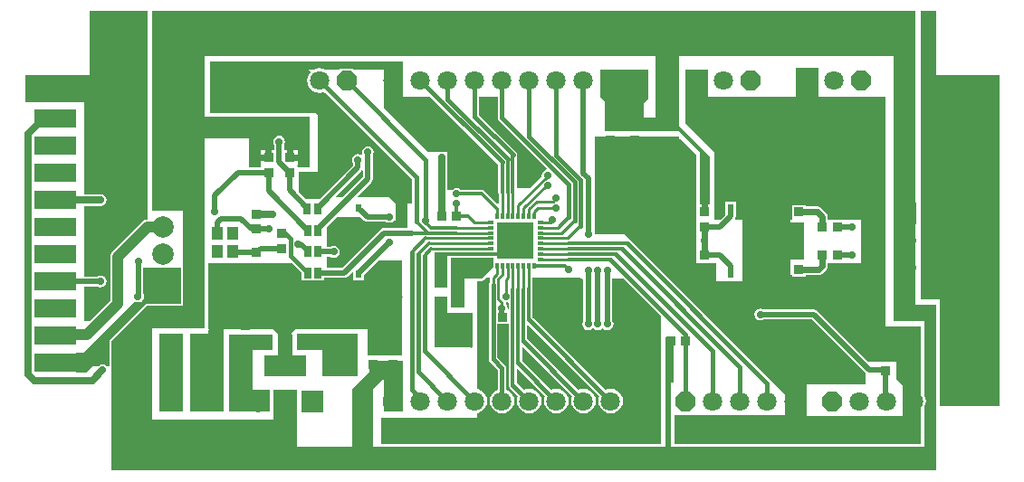
<source format=gtl>
G04*
G04 #@! TF.GenerationSoftware,Altium Limited,Altium Designer,19.1.8 (144)*
G04*
G04 Layer_Physical_Order=1*
G04 Layer_Color=255*
%FSLAX44Y44*%
%MOMM*%
G71*
G01*
G75*
%ADD10C,0.3000*%
%ADD12C,0.2500*%
%ADD36R,0.8500X0.8500*%
%ADD37R,0.8500X0.8500*%
%ADD38R,0.6000X0.3000*%
%ADD39R,0.3000X0.6000*%
%ADD40R,3.4500X3.4500*%
%ADD41R,0.6000X0.8000*%
%ADD42R,1.2000X1.6000*%
%ADD43R,4.0000X1.8000*%
%ADD44R,1.1000X1.2000*%
%ADD45R,0.6000X1.4000*%
%ADD46R,0.6500X1.2000*%
%ADD47R,0.8000X1.0000*%
%ADD48C,0.4000*%
%ADD49C,0.5000*%
%ADD50C,0.7000*%
%ADD51C,1.0000*%
%ADD52C,0.6000*%
%ADD53R,2.0000X2.0000*%
%ADD54C,2.0000*%
%ADD55R,2.0000X2.0000*%
%ADD56P,1.9483X8X22.5*%
%ADD57C,1.8000*%
%ADD58C,0.7000*%
G36*
X358000Y380500D02*
X357500Y380000D01*
X358000D01*
Y354855D01*
X383477D01*
X446932Y291401D01*
Y265000D01*
X447187Y263718D01*
Y255000D01*
X445314D01*
X433791Y266523D01*
X433031Y267031D01*
Y267350D01*
X432366D01*
X431268Y267569D01*
X412230D01*
X411965Y267965D01*
X410146Y269181D01*
X408000Y269608D01*
X405854Y269181D01*
X404035Y267965D01*
X403624Y267350D01*
X400000D01*
X399608Y267742D01*
Y298000D01*
X399500Y298541D01*
Y303381D01*
X395141D01*
X394000Y303608D01*
X392859Y303381D01*
X381238D01*
X381000Y303143D01*
X339501Y344641D01*
Y380000D01*
X312250D01*
X310750Y381500D01*
X299250D01*
X297750Y380000D01*
X285459D01*
X285400Y380045D01*
X282602Y381204D01*
X279600Y381599D01*
X276598Y381204D01*
X273800Y380045D01*
X273741Y380000D01*
X269600D01*
X271398Y378202D01*
X269555Y375800D01*
X268396Y373002D01*
X268001Y370000D01*
X268396Y366998D01*
X269555Y364200D01*
X271398Y361798D01*
X273800Y359955D01*
X276598Y358796D01*
X279600Y358401D01*
X282602Y358796D01*
X284323Y359509D01*
X365922Y277911D01*
Y255000D01*
X362000D01*
Y232088D01*
X340250D01*
X338494Y231739D01*
X337006Y230744D01*
X300849Y194588D01*
X286298D01*
Y205299D01*
X289798D01*
X290854Y204593D01*
X293000Y204166D01*
X295146Y204593D01*
X296965Y205809D01*
X298181Y207628D01*
X298608Y209774D01*
X298181Y211920D01*
X296965Y213739D01*
X295146Y214955D01*
X293000Y215382D01*
X290854Y214955D01*
X290136Y214475D01*
X286298D01*
Y232809D01*
X295988Y242500D01*
X318000D01*
X321496Y239004D01*
X322132D01*
X323245Y238261D01*
X325000Y237912D01*
X341967D01*
X342854Y237319D01*
X345000Y236892D01*
X347146Y237319D01*
X348965Y238535D01*
X349279Y239004D01*
X351000D01*
Y255000D01*
X350751D01*
X345016Y260735D01*
X315882D01*
X315396Y261908D01*
X328245Y274756D01*
X329239Y276245D01*
X329589Y278001D01*
Y299967D01*
X330181Y300854D01*
X330608Y303000D01*
X330181Y305146D01*
X328966Y306965D01*
X327146Y308181D01*
X325000Y308608D01*
X322854Y308181D01*
X321035Y306965D01*
X319820Y305146D01*
X319393Y303000D01*
X319735Y301281D01*
X318667Y300467D01*
X317742Y301085D01*
X315596Y301512D01*
X313450Y301085D01*
X311630Y299870D01*
X310415Y298050D01*
X309988Y295904D01*
X310415Y293758D01*
X311007Y292871D01*
Y290646D01*
X279536Y259175D01*
X266664D01*
X260175Y265664D01*
Y284729D01*
X260500Y285054D01*
X278113D01*
Y337887D01*
X276000Y340000D01*
X177000D01*
X177000Y388120D01*
X261480D01*
X261480Y388120D01*
X358000Y388120D01*
Y380500D01*
D02*
G37*
G36*
X746485Y354855D02*
X808707Y354855D01*
Y140000D01*
X842000D01*
Y30000D01*
X612000D01*
Y56700D01*
X715000D01*
Y76000D01*
X565000Y226000D01*
X537581Y226000D01*
Y317881D01*
X616000Y317881D01*
Y314720D01*
X617173Y315206D01*
X632000Y300379D01*
Y199500D01*
X651000Y199500D01*
X651000Y182000D01*
X675000D01*
X675000Y240000D01*
X669220D01*
X668500Y241040D01*
X668544Y241270D01*
X668888Y243000D01*
Y245000D01*
X669300D01*
Y257000D01*
X659300D01*
Y245000D01*
X658764Y243952D01*
X654811Y240000D01*
X649001D01*
X649000Y303000D01*
X622000Y330000D01*
Y379800D01*
X622200Y380000D01*
X643000D01*
Y354855D01*
X725000D01*
Y382000D01*
X746485D01*
X746485Y354855D01*
D02*
G37*
G36*
X270439Y289848D02*
X270206Y289286D01*
X259161D01*
X258860Y290555D01*
X259250Y290751D01*
Y295000D01*
X252000D01*
Y298000D01*
X249000D01*
Y305250D01*
X246588D01*
Y309967D01*
X247181Y310854D01*
X247608Y313000D01*
X247181Y315146D01*
X245965Y316965D01*
X244146Y318181D01*
X242000Y318608D01*
X239854Y318181D01*
X238035Y316965D01*
X236819Y315146D01*
X236392Y313000D01*
X236819Y310854D01*
X237412Y309967D01*
Y305250D01*
X235000D01*
Y298000D01*
X232000D01*
Y295000D01*
X224750D01*
Y290750D01*
X225139Y290555D01*
X224839Y289286D01*
X214000D01*
Y317000D01*
X213000Y316000D01*
X172000D01*
X172000Y336100D01*
X270439D01*
Y289848D01*
D02*
G37*
G36*
X446222Y335503D02*
X446222Y335503D01*
X446532Y333942D01*
X447416Y332619D01*
X492276Y287759D01*
X491858Y286381D01*
X490853Y286181D01*
X489034Y284965D01*
X487818Y283146D01*
X487391Y281000D01*
X487544Y280231D01*
X476921Y269608D01*
X464069D01*
Y298340D01*
X464389Y298819D01*
X464699Y300379D01*
X464389Y301940D01*
X463504Y303263D01*
X428978Y337789D01*
Y354900D01*
X446222D01*
Y335503D01*
D02*
G37*
G36*
X320412Y285569D02*
Y279901D01*
X301246Y260735D01*
X295732D01*
X295247Y261908D01*
X318840Y285501D01*
X319142Y285954D01*
X320412Y285569D01*
D02*
G37*
G36*
X837000Y393000D02*
Y185000D01*
X817000D01*
Y393000D01*
X616000D01*
Y328000D01*
X645000Y299000D01*
X645000Y254250D01*
X643000D01*
Y247000D01*
X637000D01*
Y254250D01*
X635500D01*
Y303381D01*
X615881Y323000D01*
X546583D01*
X546583Y350417D01*
X542145Y354855D01*
X542145Y380000D01*
X587000Y380000D01*
X587000Y353500D01*
X582850Y349350D01*
Y335503D01*
X594000Y335503D01*
X594000Y393000D01*
X172000Y393000D01*
Y138000D01*
X123000Y138000D01*
X123000Y53000D01*
X237000Y53000D01*
Y80992D01*
X258270D01*
Y27000D01*
X603000Y27000D01*
Y130000D01*
X611102D01*
X612000Y129102D01*
X612000Y122898D01*
X611102Y122000D01*
X611000D01*
X611000Y87000D01*
X608600D01*
X608000Y86400D01*
Y27000D01*
X856000D01*
X856000Y5000D01*
X85000Y5000D01*
X85000Y126000D01*
X118000Y159000D01*
X152000Y159000D01*
X152000Y248000D01*
X123000Y248000D01*
X123000Y435000D01*
X837000Y435000D01*
X837000Y393000D01*
D02*
G37*
G36*
X118558Y239760D02*
X116730Y239520D01*
X115027Y238814D01*
X113565Y237692D01*
X86007Y210135D01*
X84886Y208673D01*
X84180Y206970D01*
X83940Y205142D01*
Y163925D01*
X64910Y144895D01*
X60105D01*
X60000Y145000D01*
Y177462D01*
X71817D01*
X72704Y176869D01*
X74850Y176442D01*
X76996Y176869D01*
X78815Y178085D01*
X80031Y179904D01*
X80457Y182050D01*
X80031Y184196D01*
X78815Y186015D01*
X76996Y187231D01*
X74850Y187658D01*
X72704Y187231D01*
X71817Y186638D01*
X60000D01*
Y252492D01*
X75000D01*
X77146Y252919D01*
X78965Y254135D01*
X80181Y255954D01*
X80608Y258100D01*
X80181Y260246D01*
X78965Y262065D01*
X77146Y263281D01*
X75000Y263708D01*
X60000D01*
Y350000D01*
X5000D01*
Y375000D01*
X65000D01*
Y435000D01*
X66000D01*
X66000Y435000D01*
X118558D01*
Y239760D01*
D02*
G37*
G36*
X434500Y209000D02*
Y209000D01*
X444500D01*
Y209000D01*
X445852Y209000D01*
X446750Y208102D01*
Y206157D01*
X399000Y206157D01*
X399000Y205000D01*
Y176000D01*
X387000D01*
Y209000D01*
X434500Y209000D01*
D02*
G37*
G36*
X130660Y195000D02*
X133000Y194692D01*
X135340Y195000D01*
X149961Y195000D01*
Y161039D01*
X118000Y161039D01*
X117220Y160884D01*
X116558Y160442D01*
X116558Y160442D01*
X85000Y128884D01*
D01*
X83558Y127442D01*
X83116Y126780D01*
X82961Y126000D01*
X82961Y102500D01*
X81276D01*
X80965Y102965D01*
X79146Y104181D01*
X77000Y104608D01*
X74854Y104181D01*
X73035Y102965D01*
X72569Y102500D01*
X67000D01*
X61250Y96750D01*
X52000Y96750D01*
Y115000D01*
X58750D01*
X75050Y131300D01*
X75300D01*
X107000Y163000D01*
X107583D01*
X107854Y162819D01*
X110000Y162392D01*
X112146Y162819D01*
X112417Y163000D01*
X114000D01*
Y164087D01*
X115181Y165854D01*
X115608Y168000D01*
X115181Y170146D01*
X114651Y170940D01*
Y195000D01*
X130660Y195000D01*
D02*
G37*
G36*
X442000Y201500D02*
X442000D01*
Y195000D01*
X431589Y184589D01*
X415000D01*
Y158000D01*
X403000D01*
Y204000D01*
X442000D01*
Y201500D01*
D02*
G37*
G36*
X456931Y162233D02*
Y155776D01*
X456766Y155645D01*
X456654Y155625D01*
X455806Y156490D01*
X455908Y157000D01*
X455481Y159146D01*
X454265Y160965D01*
X453614Y161401D01*
Y161449D01*
X453959Y162294D01*
X454567Y162505D01*
X455932Y162776D01*
X456931Y162233D01*
D02*
G37*
G36*
X262500Y190371D02*
Y183000D01*
X284000D01*
Y185412D01*
X302750D01*
X304506Y185761D01*
X305994Y186756D01*
X310327Y191088D01*
X311500Y190602D01*
Y183000D01*
X315596D01*
Y137000D01*
X258270D01*
X257000Y137000D01*
Y137000D01*
X250000Y130000D01*
X252730Y132730D01*
X254000Y132204D01*
Y113000D01*
X267000D01*
Y93000D01*
X228000D01*
Y113000D01*
X240500D01*
Y131841D01*
X241673Y132327D01*
X237000Y137000D01*
X175750D01*
Y199000D01*
X253871D01*
X262500Y190371D01*
D02*
G37*
G36*
X399500Y152500D02*
X422875D01*
Y120323D01*
X421605Y119797D01*
X421402Y120000D01*
X387000D01*
X387000Y167859D01*
X399500D01*
X399500Y152500D01*
D02*
G37*
G36*
X357000Y169000D02*
X358000Y168000D01*
X357000Y167000D01*
Y112865D01*
X325135D01*
X325000Y113000D01*
Y137000D01*
X315596D01*
X315596Y183000D01*
X321500D01*
Y188511D01*
X334489Y201500D01*
X357000D01*
Y169000D01*
D02*
G37*
G36*
X315596Y132730D02*
X315596Y93000D01*
X282000Y93000D01*
X282000Y118000D01*
X259779D01*
X258885Y118902D01*
X259000Y132082D01*
Y132730D01*
X315596Y132730D01*
D02*
G37*
G36*
X856000Y375000D02*
X916000D01*
Y65000D01*
X860000D01*
X860000Y165000D01*
X842000Y164999D01*
X842000Y435000D01*
X856000Y435000D01*
Y375000D01*
D02*
G37*
G36*
X357500Y60000D02*
X340250D01*
X340250Y91242D01*
X330000Y80992D01*
Y27000D01*
X310000D01*
X310000Y81602D01*
X326000Y97602D01*
X326000Y108000D01*
X357500D01*
Y60000D01*
D02*
G37*
G36*
X235600Y118000D02*
X216850D01*
Y87000D01*
Y81000D01*
X233000D01*
Y60000D01*
X195000D01*
Y132000D01*
X203318D01*
X203600Y132282D01*
X235600D01*
Y118000D01*
D02*
G37*
G36*
X190000Y137000D02*
Y60000D01*
X159000D01*
Y133500D01*
X175750D01*
Y136102D01*
X176648Y137000D01*
X190000Y137000D01*
D02*
G37*
G36*
X152000Y60000D02*
X130000D01*
Y133500D01*
X152000D01*
Y60000D01*
D02*
G37*
G36*
X523591Y185419D02*
X524000Y184589D01*
X524000Y184469D01*
X524000Y181589D01*
X524000Y136391D01*
Y182073D01*
X524000Y182589D01*
Y183698D01*
X524000Y184310D01*
X524884Y184589D01*
X525705Y184589D01*
X526412Y183882D01*
Y145033D01*
X525819Y144146D01*
X525392Y142000D01*
X525819Y139854D01*
X527035Y138035D01*
X528854Y136819D01*
X531000Y136392D01*
X533146Y136819D01*
X534872Y137972D01*
X535208Y138085D01*
X535999D01*
X536034Y138034D01*
X537853Y136818D01*
X539999Y136391D01*
X542145Y136818D01*
X543964Y138034D01*
X544000Y138087D01*
X544793D01*
X545126Y137973D01*
X546854Y136819D01*
X549000Y136392D01*
X551146Y136819D01*
X552965Y138035D01*
X554181Y139854D01*
X554608Y142000D01*
X554181Y144146D01*
X553588Y145033D01*
Y184589D01*
X563925D01*
X599000Y149514D01*
Y30000D01*
X337006D01*
Y53996D01*
X427000D01*
Y58677D01*
X427902Y58796D01*
X430700Y59955D01*
X433102Y61798D01*
X434945Y64200D01*
X436104Y66998D01*
X436499Y70000D01*
X436104Y73002D01*
X434945Y75799D01*
X433102Y78202D01*
X430700Y80045D01*
X427902Y81204D01*
X427000Y81323D01*
Y182550D01*
X431589D01*
X432369Y182705D01*
X433031Y183147D01*
X433031Y183147D01*
X435601Y185718D01*
X438504D01*
X438686Y185496D01*
Y180941D01*
X438232Y180261D01*
X437922Y178700D01*
Y109000D01*
X437922Y109000D01*
X438232Y107439D01*
X439116Y106116D01*
X446222Y99010D01*
Y80758D01*
X444500Y80045D01*
X442098Y78202D01*
X440255Y75799D01*
X439096Y73002D01*
X438701Y70000D01*
X439096Y66998D01*
X440255Y64200D01*
X442098Y61798D01*
X444500Y59955D01*
X447298Y58796D01*
X450300Y58401D01*
X453302Y58796D01*
X456100Y59955D01*
X458502Y61798D01*
X460345Y64200D01*
X461504Y66998D01*
X461899Y70000D01*
X461504Y73002D01*
X460345Y75799D01*
X458502Y78202D01*
X456100Y80045D01*
X454378Y80758D01*
Y100699D01*
X454378Y100700D01*
X454068Y102260D01*
X453184Y103583D01*
X446078Y110689D01*
Y142250D01*
X456750D01*
X456931Y141325D01*
Y107672D01*
X456931Y107671D01*
Y87058D01*
X456732Y86761D01*
X456422Y85200D01*
X456732Y83639D01*
X457616Y82316D01*
X465209Y74723D01*
X464496Y73002D01*
X464101Y70000D01*
X464496Y66998D01*
X465655Y64200D01*
X467498Y61798D01*
X469900Y59955D01*
X472698Y58796D01*
X475700Y58401D01*
X478702Y58796D01*
X481500Y59955D01*
X483902Y61798D01*
X485745Y64200D01*
X486904Y66998D01*
X487299Y70000D01*
X486904Y73002D01*
X485745Y75799D01*
X483902Y78202D01*
X481500Y80045D01*
X478702Y81204D01*
X475700Y81599D01*
X472698Y81204D01*
X470977Y80491D01*
X464068Y87399D01*
Y99957D01*
X464992Y100340D01*
X490609Y74723D01*
X489896Y73002D01*
X489501Y70000D01*
X489896Y66998D01*
X491055Y64200D01*
X492898Y61798D01*
X495300Y59955D01*
X498098Y58796D01*
X501100Y58401D01*
X504102Y58796D01*
X506900Y59955D01*
X509302Y61798D01*
X511145Y64200D01*
X512304Y66998D01*
X512699Y70000D01*
X512304Y73002D01*
X511145Y75799D01*
X509302Y78202D01*
X506900Y80045D01*
X504102Y81204D01*
X501100Y81599D01*
X498098Y81204D01*
X496377Y80491D01*
X469068Y107799D01*
Y120357D01*
X469992Y120740D01*
X516009Y74723D01*
X515296Y73002D01*
X514901Y70000D01*
X515296Y66998D01*
X516455Y64200D01*
X518298Y61798D01*
X520700Y59955D01*
X523498Y58796D01*
X526500Y58401D01*
X529502Y58796D01*
X532300Y59955D01*
X534702Y61798D01*
X536545Y64200D01*
X537704Y66998D01*
X538099Y70000D01*
X537704Y73002D01*
X536545Y75799D01*
X534702Y78202D01*
X532300Y80045D01*
X529502Y81204D01*
X526500Y81599D01*
X523498Y81204D01*
X521777Y80491D01*
X474069Y128199D01*
Y140757D01*
X474993Y141140D01*
X541409Y74723D01*
X540696Y73002D01*
X540301Y70000D01*
X540696Y66998D01*
X541855Y64200D01*
X543698Y61798D01*
X546100Y59955D01*
X548898Y58796D01*
X551900Y58401D01*
X554902Y58796D01*
X557700Y59955D01*
X560102Y61798D01*
X561945Y64200D01*
X563104Y66998D01*
X563499Y70000D01*
X563104Y73002D01*
X561945Y75799D01*
X560102Y78202D01*
X557700Y80045D01*
X554902Y81204D01*
X551900Y81599D01*
X548898Y81204D01*
X547177Y80491D01*
X479068Y148599D01*
Y175200D01*
X478814Y176482D01*
Y185718D01*
X523293D01*
X523591Y185419D01*
D02*
G37*
G36*
X837000Y160000D02*
X856000D01*
Y27000D01*
X845000D01*
Y64011D01*
X845145Y64200D01*
X846304Y66998D01*
X846699Y70000D01*
X846304Y73002D01*
X845145Y75800D01*
X845000Y75989D01*
Y145000D01*
X817000D01*
Y185000D01*
X837000D01*
Y160000D01*
D02*
G37*
%LPC*%
G36*
X616000Y303000D02*
Y300379D01*
D01*
Y303000D01*
D02*
G37*
G36*
X616000Y251710D02*
Y250605D01*
D01*
Y251710D01*
D02*
G37*
G36*
Y243952D02*
Y243000D01*
D01*
Y243952D01*
D02*
G37*
G36*
X734250Y253250D02*
X721750D01*
Y240750D01*
X720791Y240000D01*
X720000D01*
Y237500D01*
X733000D01*
Y202500D01*
X720000D01*
Y187902D01*
X721750D01*
Y186750D01*
X734250D01*
Y187902D01*
X746485D01*
X748436Y188290D01*
X750090Y189395D01*
X753605Y192910D01*
X754710Y194564D01*
X755098Y196515D01*
Y199500D01*
X785800Y199500D01*
X785800Y240000D01*
X755098D01*
Y242500D01*
X754710Y244451D01*
X753605Y246105D01*
X749105Y250605D01*
X747451Y251710D01*
X745500Y252098D01*
X734250D01*
Y253250D01*
D02*
G37*
G36*
X692000Y156608D02*
X689854Y156181D01*
X688035Y154965D01*
X686819Y153146D01*
X686392Y151000D01*
X686819Y148854D01*
X688035Y147035D01*
X689854Y145819D01*
X692000Y145392D01*
X694146Y145819D01*
X695033Y146412D01*
X740099D01*
X790000Y96511D01*
X790000Y86000D01*
X735000D01*
Y56000D01*
X825000D01*
Y85000D01*
X819000Y91000D01*
Y107000D01*
X792489Y107000D01*
X745244Y154244D01*
X743756Y155239D01*
X742000Y155588D01*
X695033D01*
X694146Y156181D01*
X692000Y156608D01*
D02*
G37*
G36*
X259250Y305250D02*
X255000D01*
Y301000D01*
X259250D01*
Y305250D01*
D02*
G37*
G36*
X229000Y305250D02*
X224750D01*
Y301000D01*
X229000D01*
Y305250D01*
D02*
G37*
%LPD*%
D10*
X460500Y85200D02*
Y107671D01*
Y85200D02*
X460500Y85200D01*
Y107671D02*
Y175000D01*
X460500Y107671D02*
X460500Y107671D01*
X509500Y196500D02*
X513000Y193000D01*
X480500Y196500D02*
X509500D01*
X513000Y222500D02*
X524000Y233500D01*
X506996Y227500D02*
X518500Y239004D01*
X503000Y232500D02*
X513000Y242500D01*
X408000Y243503D02*
Y255000D01*
X431268Y264000D02*
X445500Y249768D01*
X408000Y264000D02*
X431268D01*
X460500Y300259D02*
X460621Y300379D01*
X460500Y265000D02*
Y300259D01*
X455500Y265000D02*
Y296500D01*
X450500Y265000D02*
Y293600D01*
X370000Y238500D02*
X381000Y227500D01*
X366000D02*
X381000D01*
X408000D01*
X379100Y237500D02*
X384100Y232500D01*
X408001D01*
X408000Y243500D02*
X418900D01*
X424900Y237500D01*
X378000Y206157D02*
X384343Y212500D01*
X372000Y207500D02*
X382000Y217500D01*
X513000D02*
X567300D01*
X513000Y212500D02*
X562400D01*
X535250Y207500D02*
X557000D01*
X513000Y202500D02*
X551782D01*
X535250Y207500D02*
X535250Y207500D01*
X513000Y207500D02*
X535250D01*
X366000Y209400D02*
X379100Y222500D01*
X475500Y146400D02*
Y175200D01*
X470500Y126000D02*
Y175000D01*
X465500Y105600D02*
Y175000D01*
D12*
X453999Y184217D02*
X455500Y185718D01*
X453999Y168000D02*
Y184217D01*
X446750Y165724D02*
Y184589D01*
Y165724D02*
X450300Y162174D01*
Y157000D02*
Y162174D01*
X442000Y178700D02*
Y185496D01*
X455500Y185718D02*
Y196500D01*
X480500Y247407D02*
X483657Y250564D01*
X480500Y243500D02*
Y247407D01*
X483657Y250564D02*
X501099D01*
X486500Y232500D02*
X503000D01*
X492838Y280839D02*
X492999D01*
X445500Y243500D02*
Y249768D01*
X465500Y253501D02*
X492838Y280839D01*
X465500Y243500D02*
Y253501D01*
X470500Y250564D02*
X491936Y272000D01*
X492999D01*
Y280839D02*
Y281000D01*
X482593Y257000D02*
X498000D01*
X475500Y249907D02*
X482593Y257000D01*
X498000D02*
X500999Y259999D01*
X470500Y243500D02*
Y250564D01*
X475500Y243500D02*
Y249907D01*
X495536Y237500D02*
X497000Y238965D01*
Y240000D01*
X486500Y237500D02*
X495536D01*
X442000Y185496D02*
X445500Y188996D01*
X460500Y175000D02*
Y196500D01*
X465500Y175000D02*
Y196500D01*
X445500Y188996D02*
Y196500D01*
X446750Y184589D02*
X450500Y188339D01*
Y196500D01*
X486500Y227500D02*
X506996D01*
X408001Y232500D02*
X439500D01*
X424900Y237500D02*
X439500D01*
X408001Y232500D02*
X408001Y232500D01*
X408000Y227500D02*
X439500D01*
X513000Y207500D02*
X513000Y207500D01*
X486500Y207500D02*
X513000D01*
X486500Y217500D02*
X513000D01*
X486500Y212500D02*
X513000D01*
X486500Y202500D02*
X513000D01*
X379100Y222500D02*
X439500D01*
X382000Y217500D02*
X439500D01*
X384343Y212500D02*
X439500D01*
X475500Y175200D02*
Y196500D01*
X470500Y175000D02*
Y196500D01*
X460500Y243500D02*
Y265000D01*
X450500Y243500D02*
Y265000D01*
X486500Y222500D02*
X513000D01*
X455500Y243500D02*
Y265000D01*
D36*
X287000Y128000D02*
D03*
Y142000D02*
D03*
X574800Y314000D02*
D03*
Y328000D02*
D03*
X551900Y314000D02*
D03*
Y328000D02*
D03*
X210000Y127000D02*
D03*
Y141000D02*
D03*
X728000Y193000D02*
D03*
Y207000D02*
D03*
X640000Y207000D02*
D03*
Y193000D02*
D03*
X450500Y148500D02*
D03*
Y134500D02*
D03*
X232000Y298000D02*
D03*
Y284000D02*
D03*
X220750Y245000D02*
D03*
Y231000D02*
D03*
X220750Y209000D02*
D03*
Y195000D02*
D03*
X640000Y233000D02*
D03*
Y247000D02*
D03*
X728000D02*
D03*
Y233000D02*
D03*
X252000Y298001D02*
D03*
Y284000D02*
D03*
X244000Y213000D02*
D03*
Y227000D02*
D03*
X348700Y104000D02*
D03*
Y118000D02*
D03*
X330000Y104000D02*
D03*
Y118000D02*
D03*
D37*
X622000Y126000D02*
D03*
X608000D02*
D03*
X809000Y98707D02*
D03*
X823000D02*
D03*
X764000Y233000D02*
D03*
X750000D02*
D03*
X764000Y207000D02*
D03*
X750000D02*
D03*
X408001Y163001D02*
D03*
X394001D02*
D03*
X408000Y199000D02*
D03*
X394000D02*
D03*
X408000Y181000D02*
D03*
X394000D02*
D03*
X408000Y243500D02*
D03*
X394000D02*
D03*
D38*
X439500Y237500D02*
D03*
Y232500D02*
D03*
Y227500D02*
D03*
Y222500D02*
D03*
Y217500D02*
D03*
Y212500D02*
D03*
Y207500D02*
D03*
Y202500D02*
D03*
X486500D02*
D03*
Y207500D02*
D03*
Y212500D02*
D03*
Y217500D02*
D03*
Y222500D02*
D03*
Y227500D02*
D03*
Y232500D02*
D03*
Y237500D02*
D03*
D39*
X445500Y196500D02*
D03*
X450500D02*
D03*
X455500D02*
D03*
X460500D02*
D03*
X465500D02*
D03*
X470500D02*
D03*
X475500D02*
D03*
X480500D02*
D03*
Y243500D02*
D03*
X475500D02*
D03*
X470500D02*
D03*
X465500D02*
D03*
X460500D02*
D03*
X455500D02*
D03*
X450500D02*
D03*
X445500D02*
D03*
D40*
X463000Y220000D02*
D03*
D41*
X701300Y251000D02*
D03*
X664300D02*
D03*
X701300Y189000D02*
D03*
X664300D02*
D03*
X316500Y189000D02*
D03*
X353500D02*
D03*
X316500Y251000D02*
D03*
X353500D02*
D03*
D42*
X259000Y102000D02*
D03*
X291000D02*
D03*
X235600Y102000D02*
D03*
X203600D02*
D03*
D43*
X32250Y105900D02*
D03*
Y131300D02*
D03*
Y156700D02*
D03*
Y182100D02*
D03*
Y207500D02*
D03*
Y232900D02*
D03*
Y258300D02*
D03*
Y283700D02*
D03*
Y309100D02*
D03*
Y334500D02*
D03*
D44*
X184250Y227500D02*
D03*
Y210500D02*
D03*
X198250D02*
D03*
Y227500D02*
D03*
D45*
X232000Y125000D02*
D03*
X262000D02*
D03*
D46*
X247000Y124000D02*
D03*
D47*
X268500Y230000D02*
D03*
X278000D02*
D03*
X268350Y250000D02*
D03*
X277850D02*
D03*
X278000Y210000D02*
D03*
X268500D02*
D03*
X278000Y190000D02*
D03*
X268500D02*
D03*
D48*
X442000Y109000D02*
Y178700D01*
Y109000D02*
X450300Y100700D01*
Y70000D02*
Y100700D01*
X252730Y205909D02*
Y222269D01*
X248000Y227000D02*
X252730Y222269D01*
X244000Y227000D02*
X248000D01*
X252730Y205909D02*
X265639Y193000D01*
X524000Y233500D02*
Y277359D01*
X518500Y239004D02*
Y275081D01*
X513000Y242500D02*
Y272803D01*
X450300Y335503D02*
X513000Y272803D01*
X475700Y317881D02*
X518500Y275081D01*
X501100Y300259D02*
X524000Y277359D01*
X399500Y352500D02*
X455500Y296500D01*
X399500Y352500D02*
Y370000D01*
X424900Y336100D02*
X460621Y300379D01*
X424900Y336100D02*
Y370000D01*
X374100D02*
X450500Y293600D01*
X501100Y300259D02*
Y370000D01*
X475700Y317881D02*
Y370000D01*
X622200Y122000D02*
Y132082D01*
X379000Y239000D02*
Y296000D01*
X305000Y370000D02*
X379000Y296000D01*
Y237600D02*
Y239000D01*
Y237600D02*
X379100Y237500D01*
X266500Y193000D02*
X268500Y191000D01*
X265639Y193000D02*
X266500D01*
X279600Y370000D02*
X370000Y279600D01*
Y238500D02*
Y279600D01*
X292887Y209887D02*
X293000Y209774D01*
X278000Y210000D02*
X278113Y209887D01*
X268500Y190000D02*
Y191000D01*
X198250Y210500D02*
X199750Y209000D01*
X378000Y116900D02*
Y206157D01*
Y116900D02*
X424900Y70000D01*
X372000Y97500D02*
Y207500D01*
Y97500D02*
X399500Y70000D01*
X698400Y70000D02*
Y86400D01*
X567300Y217500D02*
X698400Y86400D01*
X673000Y70000D02*
Y101900D01*
X562400Y212500D02*
X673000Y101900D01*
X557000Y207500D02*
X647600Y116900D01*
Y70000D02*
Y116900D01*
X622200Y109000D02*
Y122000D01*
X551782Y202500D02*
X622200Y132082D01*
Y70000D02*
Y109000D01*
X621000Y71200D02*
X622200Y70000D01*
X366000Y80992D02*
Y209400D01*
Y80992D02*
X374100Y72892D01*
Y70000D02*
Y72892D01*
X475500Y146400D02*
X551900Y70000D01*
X450300Y335503D02*
Y370000D01*
X470500Y126000D02*
X526500Y70000D01*
X465500Y105600D02*
X501100Y70000D01*
X460500Y85200D02*
X475700Y70000D01*
D49*
X450300Y157000D02*
X450400Y156900D01*
Y148600D02*
Y156900D01*
Y148600D02*
X450500Y148500D01*
X110000Y200875D02*
X110063Y200812D01*
X74750Y182050D02*
X74800Y182100D01*
X232000Y266500D02*
Y284000D01*
Y266500D02*
X268500Y230000D01*
X182000Y262382D02*
X203618Y284000D01*
X182000Y247000D02*
Y262382D01*
X203618Y284000D02*
X232000D01*
X110063Y168062D02*
Y200812D01*
X110000Y168000D02*
X110063Y168062D01*
X809350Y70350D02*
X809700Y70000D01*
X809350Y70350D02*
Y98357D01*
X809000Y98707D02*
X809350Y98357D01*
X794000Y99000D02*
X808707D01*
X809000Y98707D01*
X216500Y231000D02*
X220750D01*
X206500Y241000D02*
X216500Y231000D01*
X187750Y241000D02*
X206500D01*
X32300Y182050D02*
X74750D01*
X32250Y182100D02*
X32300Y182050D01*
X74800Y182100D02*
X74850Y182050D01*
X262287Y217213D02*
X268500Y211000D01*
X259779Y217213D02*
X262287D01*
X268500Y210000D02*
Y211000D01*
X531000Y226000D02*
Y278844D01*
X526500Y283344D02*
X531000Y278844D01*
X526500Y283344D02*
Y370000D01*
X277850Y251000D02*
X315596Y288746D01*
Y295904D01*
X325000Y278001D02*
Y303000D01*
X278000Y231000D02*
X325000Y278001D01*
X278000Y230000D02*
Y231000D01*
X277850Y250000D02*
Y251000D01*
X325000Y242500D02*
X345000D01*
X318000Y249500D02*
X325000Y242500D01*
X317000Y249500D02*
X318000D01*
X316500Y250000D02*
X317000Y249500D01*
X316500Y250000D02*
Y251000D01*
X345000Y218500D02*
Y219000D01*
X316500Y190000D02*
X345000Y218500D01*
X316500Y189000D02*
Y190000D01*
X242000Y293844D02*
Y313000D01*
Y293844D02*
X246558Y289286D01*
X246714D01*
X252000Y284000D01*
X764000Y207000D02*
X778000D01*
X764000Y233000D02*
X778000D01*
X549000Y142000D02*
Y192000D01*
X531000Y142000D02*
Y192000D01*
X539999Y141999D02*
Y191999D01*
X540000Y192000D01*
X654300Y233000D02*
X664300Y243000D01*
Y251000D01*
X640000Y233000D02*
X654300D01*
X664300Y189000D02*
Y196500D01*
X653800Y207000D02*
X664300Y196500D01*
X640000Y207000D02*
X653800D01*
X742000Y151000D02*
X794000Y99000D01*
X692000Y151000D02*
X742000D01*
X340250Y227500D02*
X366000D01*
X302750Y190000D02*
X340250Y227500D01*
X278000Y190000D02*
X302750D01*
X278113Y209887D02*
X292887D01*
X252000Y267350D02*
Y284000D01*
Y267350D02*
X268350Y251000D01*
Y250000D02*
Y251000D01*
X220750Y231000D02*
X232000D01*
X224750Y213000D02*
X244000D01*
X220750Y209000D02*
X224750Y213000D01*
X199750Y209000D02*
X220750D01*
X184250Y237500D02*
X187750Y241000D01*
X184250Y227500D02*
Y237500D01*
D50*
X67000Y89000D02*
X77000Y99000D01*
X13079Y89000D02*
X67000D01*
X7250Y94829D02*
X13079Y89000D01*
X394000Y243500D02*
Y298000D01*
X236000Y245000D02*
X236000Y245000D01*
X220750Y245000D02*
X236000D01*
X7250Y94829D02*
Y320500D01*
X21250Y334500D01*
X32250D01*
X32451Y258100D02*
X75000D01*
X32250Y258300D02*
X32451Y258100D01*
D51*
X91000Y205142D02*
X118558Y232700D01*
X91000Y161000D02*
Y205142D01*
X118558Y232700D02*
X133000D01*
X62000Y132000D02*
X91000Y161000D01*
X32950Y132000D02*
X62000D01*
X32250Y131300D02*
X32950Y132000D01*
D52*
X640000Y220000D02*
Y233000D01*
Y207000D02*
Y220000D01*
X750000Y233000D02*
Y242500D01*
X745500Y247000D02*
X750000Y242500D01*
X728000Y247000D02*
X745500D01*
X748750Y205750D02*
X750000D01*
Y196515D02*
Y205750D01*
X746485Y193000D02*
X750000Y196515D01*
X748750Y205750D02*
X750000Y207000D01*
X728000Y193000D02*
X746485D01*
D53*
X827300Y245400D02*
D03*
X133000Y258100D02*
D03*
D54*
X827300Y194600D02*
D03*
Y220000D02*
D03*
X852700D02*
D03*
Y194600D02*
D03*
Y245400D02*
D03*
X222600Y70000D02*
D03*
X248000D02*
D03*
X133000Y207300D02*
D03*
Y232700D02*
D03*
Y181900D02*
D03*
D55*
X273400Y70000D02*
D03*
D56*
X348700D02*
D03*
X785800Y370000D02*
D03*
X682800D02*
D03*
X577300Y370000D02*
D03*
X305000Y370000D02*
D03*
X622200Y70000D02*
D03*
X758900Y70000D02*
D03*
X142300D02*
D03*
D57*
X374100Y70000D02*
D03*
X399500D02*
D03*
X424900D02*
D03*
X450300D02*
D03*
X475700D02*
D03*
X501100D02*
D03*
X526500D02*
D03*
X551900D02*
D03*
X577300D02*
D03*
X735000Y370000D02*
D03*
X760400D02*
D03*
X632000D02*
D03*
X657400D02*
D03*
X551900Y370000D02*
D03*
X526500D02*
D03*
X501100D02*
D03*
X475700D02*
D03*
X450300D02*
D03*
X424900D02*
D03*
X399500D02*
D03*
X374100D02*
D03*
X348700D02*
D03*
X254200Y370000D02*
D03*
X279600D02*
D03*
X723800Y70000D02*
D03*
X647600D02*
D03*
X673000D02*
D03*
X698400D02*
D03*
X784300Y70000D02*
D03*
X809700D02*
D03*
X835100D02*
D03*
X167700D02*
D03*
D58*
X453999Y168000D02*
D03*
X450300Y157000D02*
D03*
X463000Y220000D02*
D03*
Y207500D02*
D03*
X450500D02*
D03*
Y220000D02*
D03*
Y232500D02*
D03*
X463000D02*
D03*
X475500Y232500D02*
D03*
Y220000D02*
D03*
Y207500D02*
D03*
X100000Y419999D02*
D03*
X107500Y404999D02*
D03*
X100000Y389999D02*
D03*
X107500Y374999D02*
D03*
X100000Y359999D02*
D03*
X107500Y344999D02*
D03*
X100000Y329999D02*
D03*
X107500Y314999D02*
D03*
X85000Y419999D02*
D03*
X92500Y404999D02*
D03*
X85000Y389999D02*
D03*
X92500Y374999D02*
D03*
X85000Y359999D02*
D03*
X92500Y344999D02*
D03*
X85000Y329999D02*
D03*
X92500Y314999D02*
D03*
X85000Y300000D02*
D03*
X70000Y419999D02*
D03*
X77500Y404999D02*
D03*
X70000Y389999D02*
D03*
X77500Y374999D02*
D03*
X70000Y359999D02*
D03*
X77500Y344999D02*
D03*
X70000Y329999D02*
D03*
X77500Y314999D02*
D03*
X70000Y300000D02*
D03*
X55000Y359999D02*
D03*
X40000D02*
D03*
X25000D02*
D03*
X10000D02*
D03*
X184250Y380000D02*
D03*
X199750D02*
D03*
X217001D02*
D03*
X232000D02*
D03*
Y362321D02*
D03*
X217001D02*
D03*
X199750D02*
D03*
X184250D02*
D03*
Y348000D02*
D03*
X199750D02*
D03*
X216850D02*
D03*
X232000D02*
D03*
X290854Y322950D02*
D03*
X302149D02*
D03*
Y308608D02*
D03*
X290854D02*
D03*
X418900Y308379D02*
D03*
Y298000D02*
D03*
X409000Y298541D02*
D03*
Y308379D02*
D03*
X399000D02*
D03*
X409000Y323000D02*
D03*
X403000Y316000D02*
D03*
X400000Y323892D02*
D03*
X392859Y317130D02*
D03*
X387000Y309967D02*
D03*
X579999Y44999D02*
D03*
X565000D02*
D03*
X550000D02*
D03*
X535000D02*
D03*
X520000D02*
D03*
X505000D02*
D03*
X490000D02*
D03*
X475000D02*
D03*
X460000D02*
D03*
X445000D02*
D03*
X430000D02*
D03*
X415000D02*
D03*
X400000D02*
D03*
X385000D02*
D03*
X370000D02*
D03*
X355000D02*
D03*
X902499Y359999D02*
D03*
X894999Y344999D02*
D03*
X902499Y329999D02*
D03*
X894999Y314999D02*
D03*
X902499Y300000D02*
D03*
X894999Y285000D02*
D03*
X902499Y270000D02*
D03*
X894999Y255000D02*
D03*
X902499Y240000D02*
D03*
X894999Y225000D02*
D03*
X902499Y210000D02*
D03*
X894999Y195000D02*
D03*
X902499Y180000D02*
D03*
X894999Y165000D02*
D03*
X902499Y150000D02*
D03*
X894999Y135000D02*
D03*
X902499Y120000D02*
D03*
X894999Y105000D02*
D03*
X902499Y90000D02*
D03*
X894999Y74999D02*
D03*
X887499Y359999D02*
D03*
X879999Y344999D02*
D03*
X887499Y329999D02*
D03*
X879999Y314999D02*
D03*
X887499Y300000D02*
D03*
X879999Y285000D02*
D03*
X887499Y270000D02*
D03*
X879999Y255000D02*
D03*
X887499Y240000D02*
D03*
X879999Y225000D02*
D03*
X887499Y210000D02*
D03*
X879999Y195000D02*
D03*
X887499Y180000D02*
D03*
X879999Y165000D02*
D03*
X887499Y150000D02*
D03*
X879999Y135000D02*
D03*
X887499Y120000D02*
D03*
X879999Y105000D02*
D03*
X887499Y90000D02*
D03*
X879999Y74999D02*
D03*
X872499Y359999D02*
D03*
X864999Y344999D02*
D03*
X872499Y329999D02*
D03*
X864999Y314999D02*
D03*
X872499Y300000D02*
D03*
X864999Y285000D02*
D03*
X872499Y270000D02*
D03*
Y240000D02*
D03*
Y210000D02*
D03*
Y180000D02*
D03*
X864999Y165000D02*
D03*
X872499Y150000D02*
D03*
Y120000D02*
D03*
Y90000D02*
D03*
X849999Y404999D02*
D03*
Y374999D02*
D03*
X857499Y359999D02*
D03*
X849999Y344999D02*
D03*
X857499Y329999D02*
D03*
X849999Y314999D02*
D03*
X857499Y300000D02*
D03*
X849999Y285000D02*
D03*
X857499Y270000D02*
D03*
X579999Y120000D02*
D03*
Y90000D02*
D03*
X565000Y120000D02*
D03*
X572499Y105000D02*
D03*
X565000Y90000D02*
D03*
X550000Y120000D02*
D03*
X557499Y105000D02*
D03*
X834999Y44999D02*
D03*
X819999D02*
D03*
X804999D02*
D03*
X789999D02*
D03*
X774999D02*
D03*
X759999D02*
D03*
X744999D02*
D03*
X729999D02*
D03*
X714999D02*
D03*
X699999D02*
D03*
X684999D02*
D03*
X669999D02*
D03*
X654999D02*
D03*
X639999D02*
D03*
X624999D02*
D03*
X318000Y232500D02*
D03*
X318000Y220000D02*
D03*
X295988Y199000D02*
D03*
X358000Y237912D02*
D03*
X343001Y171001D02*
D03*
X347501Y162001D02*
D03*
X343001Y153001D02*
D03*
X334001Y171001D02*
D03*
X338501Y162001D02*
D03*
X334001Y153001D02*
D03*
X325001Y171001D02*
D03*
X329501Y162001D02*
D03*
X325001Y153001D02*
D03*
X320501Y162001D02*
D03*
X307001Y171001D02*
D03*
X311501Y162001D02*
D03*
X307001Y153001D02*
D03*
X298001Y171001D02*
D03*
X302501Y162001D02*
D03*
X289001Y171001D02*
D03*
X293501Y162001D02*
D03*
X280001Y171001D02*
D03*
X284501Y162001D02*
D03*
X271001Y171001D02*
D03*
X275501Y162001D02*
D03*
X262001Y171001D02*
D03*
X266501Y162001D02*
D03*
X226001Y171001D02*
D03*
X217001D02*
D03*
X221501Y162001D02*
D03*
X208001Y171001D02*
D03*
X212501Y162001D02*
D03*
X203501D02*
D03*
X181001Y189001D02*
D03*
X185501Y180001D02*
D03*
X181001Y171001D02*
D03*
X77000Y127000D02*
D03*
Y118000D02*
D03*
X67000D02*
D03*
X394000Y298000D02*
D03*
X236000Y245000D02*
D03*
X326000Y13000D02*
D03*
X315596D02*
D03*
X305000D02*
D03*
X326000Y23000D02*
D03*
X315596D02*
D03*
X305000D02*
D03*
X414000Y127000D02*
D03*
X404201D02*
D03*
X394000D02*
D03*
X394000Y136000D02*
D03*
X404201Y135888D02*
D03*
X414000D02*
D03*
Y146000D02*
D03*
X404201D02*
D03*
X394001D02*
D03*
X110125Y201000D02*
D03*
X74850Y182050D02*
D03*
X110000Y168000D02*
D03*
X182000Y247000D02*
D03*
X77000Y99000D02*
D03*
X259779Y217213D02*
D03*
X394000Y190000D02*
D03*
X147000Y127000D02*
D03*
X142000Y120000D02*
D03*
X137000Y127000D02*
D03*
X310000D02*
D03*
Y116500D02*
D03*
Y105750D02*
D03*
X531000Y226000D02*
D03*
X513000Y193000D02*
D03*
X315596Y295904D02*
D03*
X325000Y303000D02*
D03*
X345000Y242500D02*
D03*
Y219000D02*
D03*
X450500Y124000D02*
D03*
X242000Y313000D02*
D03*
X75000Y258100D02*
D03*
X408000Y255000D02*
D03*
Y264000D02*
D03*
X778000Y207000D02*
D03*
X640000Y220000D02*
D03*
X778000Y233000D02*
D03*
X549000Y142000D02*
D03*
Y192000D02*
D03*
X531000Y142000D02*
D03*
X539999Y141999D02*
D03*
X531000Y192000D02*
D03*
X540000D02*
D03*
X492999Y272000D02*
D03*
Y281000D02*
D03*
X500999Y259999D02*
D03*
X501099Y250564D02*
D03*
X692000Y151000D02*
D03*
X497000Y240000D02*
D03*
X379000Y239000D02*
D03*
X293000Y209774D02*
D03*
X232000Y231000D02*
D03*
M02*

</source>
